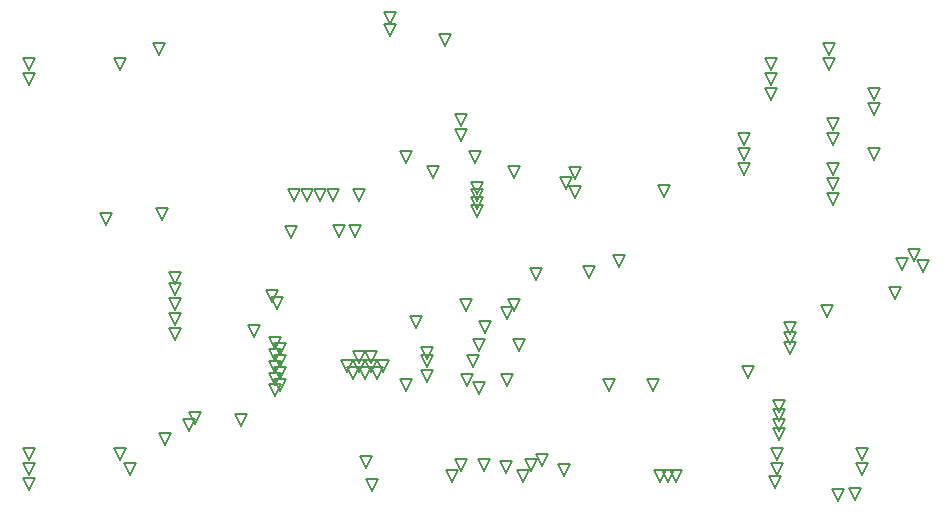
<source format=gbr>
%TF.GenerationSoftware,Altium Limited,Altium Designer,20.0.13 (296)*%
G04 Layer_Color=2752767*
%FSLAX26Y26*%
%MOIN*%
%TF.FileFunction,Drawing*%
%TF.Part,Single*%
G01*
G75*
%TA.AperFunction,NonConductor*%
%ADD93C,0.005000*%
D93*
X1377953Y1554803D02*
X1357953Y1594803D01*
X1397953D01*
X1377953Y1554803D01*
Y1594173D02*
X1357953Y1634173D01*
X1397953D01*
X1377953Y1594173D01*
X2559055Y1192402D02*
X2539055Y1232402D01*
X2579055D01*
X2559055Y1192402D01*
X1354331Y435709D02*
X1334331Y475709D01*
X1374331D01*
X1354331Y435709D01*
X1299213Y114534D02*
X1279213Y154534D01*
X1319213D01*
X1299213Y114534D01*
X1318898Y39016D02*
X1298898Y79016D01*
X1338898D01*
X1318898Y39016D01*
X3063976Y678898D02*
X3043976Y718898D01*
X3083976D01*
X3063976Y678898D01*
X480315Y1442402D02*
X460315Y1482402D01*
X500315D01*
X480315Y1442402D01*
X2649606Y1392402D02*
X2629606Y1432402D01*
X2669606D01*
X2649606Y1392402D01*
X177165Y142402D02*
X157165Y182402D01*
X197165D01*
X177165Y142402D01*
X2293280Y1017965D02*
X2273280Y1057965D01*
X2313280D01*
X2293280Y1017965D01*
X2856299Y1092402D02*
X2836299Y1132402D01*
X2876299D01*
X2856299Y1092402D01*
X708661Y239843D02*
X688661Y279842D01*
X728661D01*
X708661Y239843D01*
X2041339Y750079D02*
X2021339Y790079D01*
X2061339D01*
X2041339Y750079D01*
X1003937Y645354D02*
X983937Y685354D01*
X1023937D01*
X1003937Y645354D01*
X2142520Y785118D02*
X2122520Y825118D01*
X2162520D01*
X2142520Y785118D01*
X1523819Y1083346D02*
X1503819Y1123346D01*
X1543819D01*
X1523819Y1083346D01*
X2649606Y1342402D02*
X2629606Y1382402D01*
X2669606D01*
X2649606Y1342402D01*
X1434055Y1133543D02*
X1414055Y1173543D01*
X1454055D01*
X1434055Y1133543D01*
X1866142Y741811D02*
X1846142Y781811D01*
X1886142D01*
X1866142Y741811D01*
X1694882Y567092D02*
X1674882Y607092D01*
X1714882D01*
X1694882Y567092D01*
X2255905Y371732D02*
X2235905Y411732D01*
X2275905D01*
X2255905Y371732D01*
X1959547Y90236D02*
X1939547Y130236D01*
X1979547D01*
X1959547Y90236D01*
X2874016Y5591D02*
X2854016Y45591D01*
X2894016D01*
X2874016Y5591D01*
X3086614Y776811D02*
X3066614Y816811D01*
X3106614D01*
X3086614Y776811D01*
X1769685Y613858D02*
X1749685Y653858D01*
X1789685D01*
X1769685Y613858D01*
X984252Y668976D02*
X964252Y708976D01*
X1004252D01*
X984252Y668976D01*
X618111Y942402D02*
X598111Y982402D01*
X638111D01*
X618111Y942402D01*
X1674213Y363858D02*
X1654213Y403858D01*
X1694213D01*
X1674213Y363858D01*
X1692913Y105000D02*
X1672913Y145000D01*
X1712913D01*
X1692913Y105000D01*
X994094Y432249D02*
X974094Y472249D01*
X1014094D01*
X994094Y432249D01*
Y393386D02*
X974094Y433386D01*
X1014094D01*
X994094Y393386D01*
Y472126D02*
X974094Y512126D01*
X1014094D01*
X994094Y472126D01*
Y511496D02*
X974094Y551496D01*
X1014094D01*
X994094Y511496D01*
X1669291Y1030197D02*
X1649291Y1070197D01*
X1689291D01*
X1669291Y1030197D01*
X925197Y550866D02*
X905197Y590866D01*
X945197D01*
X925197Y550866D01*
X1669291Y1004606D02*
X1649291Y1044606D01*
X1689291D01*
X1669291Y1004606D01*
X661417Y729016D02*
X641417Y769016D01*
X681417D01*
X661417Y729016D01*
X629921Y192402D02*
X609921Y232402D01*
X649921D01*
X629921Y192402D01*
X2572835Y417008D02*
X2552835Y457008D01*
X2592835D01*
X2572835Y417008D01*
X2677165Y208346D02*
X2657165Y248346D01*
X2697165D01*
X2677165Y208346D01*
X2669291Y142402D02*
X2649291Y182402D01*
X2689291D01*
X2669291Y142402D01*
Y92402D02*
X2649291Y132402D01*
X2689291D01*
X2669291Y92402D01*
X1236220Y435709D02*
X1216220Y475709D01*
X1256220D01*
X1236220Y435709D01*
X2332677Y70551D02*
X2312677Y110551D01*
X2352677D01*
X2332677Y70551D01*
X2278008D02*
X2258008Y110551D01*
X2298008D01*
X2278008Y70551D01*
X2952756Y92402D02*
X2932756Y132402D01*
X2972756D01*
X2952756Y92402D01*
X2663924Y48897D02*
X2643924Y88897D01*
X2683924D01*
X2663924Y48897D01*
X2712598Y494173D02*
X2692598Y534173D01*
X2732598D01*
X2712598Y494173D01*
X1765748Y99630D02*
X1745748Y139630D01*
X1785748D01*
X1765748Y99630D01*
X2928150Y9528D02*
X2908150Y49528D01*
X2948150D01*
X2928150Y9528D01*
X2834646Y619173D02*
X2814646Y659173D01*
X2854646D01*
X2834646Y619173D01*
X1187992Y1006417D02*
X1167992Y1046417D01*
X1207992D01*
X1187992Y1006417D01*
X1501968Y453425D02*
X1481968Y493425D01*
X1521968D01*
X1501968Y453425D01*
X1275591Y465236D02*
X1255591Y505236D01*
X1295591D01*
X1275591Y465236D01*
X1314961D02*
X1294961Y505236D01*
X1334961D01*
X1314961Y465236D01*
X1058858Y1005630D02*
X1038858Y1045630D01*
X1078858D01*
X1058858Y1005630D01*
X1791339Y638858D02*
X1771339Y678858D01*
X1811339D01*
X1791339Y638858D01*
X1809055Y504606D02*
X1789055Y544606D01*
X1829055D01*
X1809055Y504606D01*
X1655512Y453425D02*
X1635512Y493425D01*
X1675512D01*
X1655512Y453425D01*
X1614173Y105000D02*
X1594173Y145000D01*
X1634173D01*
X1614173Y105000D01*
X1769685Y388464D02*
X1749685Y428464D01*
X1789685D01*
X1769685Y388464D01*
X1275394Y1005630D02*
X1255394Y1045630D01*
X1295394D01*
X1275394Y1005630D01*
X1145473D02*
X1125473Y1045630D01*
X1165473D01*
X1145473Y1005630D01*
X1102166D02*
X1082166Y1045630D01*
X1122166D01*
X1102166Y1005630D01*
X1617126Y1204213D02*
X1597126Y1244213D01*
X1637126D01*
X1617126Y1204213D01*
Y1254606D02*
X1597126Y1294606D01*
X1637126D01*
X1617126Y1254606D01*
X1669291Y979016D02*
X1649291Y1019016D01*
X1689291D01*
X1669291Y979016D01*
Y953425D02*
X1649291Y993425D01*
X1689291D01*
X1669291Y953425D01*
X2110236Y372716D02*
X2090236Y412716D01*
X2130236D01*
X2110236Y372716D01*
X1635787Y388464D02*
X1615787Y428464D01*
X1655787D01*
X1635787Y388464D01*
X1501968Y402244D02*
X1481968Y442244D01*
X1521968D01*
X1501968Y402244D01*
Y479016D02*
X1481968Y519016D01*
X1521968D01*
X1501968Y479016D01*
X728346Y261496D02*
X708346Y301496D01*
X748346D01*
X728346Y261496D01*
X661417Y692402D02*
X641417Y732402D01*
X681417D01*
X661417Y692402D01*
Y642402D02*
X641417Y682402D01*
X681417D01*
X661417Y642402D01*
Y592402D02*
X641417Y632402D01*
X681417D01*
X661417Y592402D01*
Y542402D02*
X641417Y582402D01*
X681417D01*
X661417Y542402D01*
X2952756Y142402D02*
X2932756Y182402D01*
X2972756D01*
X2952756Y142402D01*
X177165Y1442402D02*
X157165Y1482402D01*
X197165D01*
X177165Y1442402D01*
X3154528Y767402D02*
X3134528Y807402D01*
X3174528D01*
X3154528Y767402D01*
X3125000Y806772D02*
X3105000Y846772D01*
X3145000D01*
X3125000Y806772D01*
X2649606Y1442402D02*
X2629606Y1482402D01*
X2669606D01*
X2649606Y1442402D01*
X433071Y924882D02*
X413071Y964882D01*
X453071D01*
X433071Y924882D01*
X1633858Y638858D02*
X1613858Y678858D01*
X1653858D01*
X1633858Y638858D01*
X1465551Y581378D02*
X1445551Y621378D01*
X1485551D01*
X1465551Y581378D01*
X1012795Y413071D02*
X992795Y453071D01*
X1032795D01*
X1012795Y413071D01*
X1013740Y452441D02*
X993740Y492441D01*
X1033740D01*
X1013740Y452441D01*
X1013535Y492015D02*
X993535Y532015D01*
X1033535D01*
X1013535Y492015D01*
X1013740Y373701D02*
X993740Y413701D01*
X1033740D01*
X1013740Y373701D01*
X1586614Y70551D02*
X1566614Y110551D01*
X1606614D01*
X1586614Y70551D01*
X2305118D02*
X2285118Y110551D01*
X2325118D01*
X2305118Y70551D01*
X1820866D02*
X1800866Y110551D01*
X1840866D01*
X1820866Y70551D01*
X2677165Y239843D02*
X2657165Y279842D01*
X2697165D01*
X2677165Y239843D01*
X1275591Y435709D02*
X1255591Y475709D01*
X1295591D01*
X1275591Y435709D01*
X2842520Y1442402D02*
X2822520Y1482402D01*
X2862520D01*
X2842520Y1442402D01*
Y1492402D02*
X2822520Y1532402D01*
X2862520D01*
X2842520Y1492402D01*
X511811Y92402D02*
X491811Y132402D01*
X531811D01*
X511811Y92402D01*
X480315Y142402D02*
X460315Y182402D01*
X500315D01*
X480315Y142402D01*
X610236Y1492402D02*
X590236Y1532402D01*
X630236D01*
X610236Y1492402D01*
X177165Y1392402D02*
X157165Y1432402D01*
X197165D01*
X177165Y1392402D01*
X177165Y92402D02*
X157165Y132402D01*
X197165D01*
X177165Y92402D01*
Y42402D02*
X157165Y82402D01*
X197165D01*
X177165Y42402D01*
X1884830Y122172D02*
X1864830Y162172D01*
X1904830D01*
X1884830Y122172D01*
X1791339Y1081378D02*
X1771339Y1121378D01*
X1811339D01*
X1791339Y1081378D01*
X1663386Y1133543D02*
X1643386Y1173543D01*
X1683386D01*
X1663386Y1133543D01*
X1563406Y1520748D02*
X1543406Y1560748D01*
X1583406D01*
X1563406Y1520748D01*
X1433110Y373701D02*
X1413110Y413701D01*
X1453110D01*
X1433110Y373701D01*
X2856299Y1192402D02*
X2836299Y1232402D01*
X2876299D01*
X2856299Y1192402D01*
Y992402D02*
X2836299Y1032402D01*
X2876299D01*
X2856299Y992402D01*
Y1042402D02*
X2836299Y1082402D01*
X2876299D01*
X2856299Y1042402D01*
X1255906Y411102D02*
X1235906Y451102D01*
X1275906D01*
X1255906Y411102D01*
X2992736Y1292922D02*
X2972736Y1332922D01*
X3012736D01*
X2992736Y1292922D01*
Y1342922D02*
X2972736Y1382922D01*
X3012736D01*
X2992736Y1342922D01*
X2993256Y1143443D02*
X2973256Y1183443D01*
X3013256D01*
X2993256Y1143443D01*
X2856299Y1242402D02*
X2836299Y1282402D01*
X2876299D01*
X2856299Y1242402D01*
X2677165Y302835D02*
X2657165Y342835D01*
X2697165D01*
X2677165Y302835D01*
Y271339D02*
X2657165Y311339D01*
X2697165D01*
X2677165Y271339D01*
X1334646Y411102D02*
X1314646Y451102D01*
X1354646D01*
X1334646Y411102D01*
X1295276D02*
X1275276Y451102D01*
X1315276D01*
X1295276Y411102D01*
X1314961Y435709D02*
X1294961Y475709D01*
X1334961D01*
X1314961Y435709D01*
X881890Y255590D02*
X861890Y295591D01*
X901890D01*
X881890Y255590D01*
X1675158Y504606D02*
X1655158Y544606D01*
X1695158D01*
X1675158Y504606D01*
X1850394Y105748D02*
X1830394Y145748D01*
X1870394D01*
X1850394Y105748D01*
X2712598Y530197D02*
X2692598Y570197D01*
X2732598D01*
X2712598Y530197D01*
Y563661D02*
X2692598Y603661D01*
X2732598D01*
X2712598Y563661D01*
X994095Y354016D02*
X974095Y394016D01*
X1014095D01*
X994095Y354016D01*
X2559055Y1092402D02*
X2539055Y1132402D01*
X2579055D01*
X2559055Y1092402D01*
X1964567Y1044961D02*
X1944567Y1084961D01*
X1984567D01*
X1964567Y1044961D01*
X1994094Y1079409D02*
X1974094Y1119409D01*
X2014094D01*
X1994094Y1079409D01*
Y1016417D02*
X1974094Y1056417D01*
X2014094D01*
X1994094Y1016417D01*
X1207776Y884626D02*
X1187776Y924626D01*
X1227776D01*
X1207776Y884626D01*
X1260925D02*
X1240925Y924626D01*
X1280925D01*
X1260925Y884626D01*
X1049213Y883543D02*
X1029213Y923543D01*
X1069213D01*
X1049213Y883543D01*
X2559055Y1142402D02*
X2539055Y1182402D01*
X2579055D01*
X2559055Y1142402D01*
%TF.MD5,d27d6d493925a664e5f18af720be8949*%
M02*

</source>
